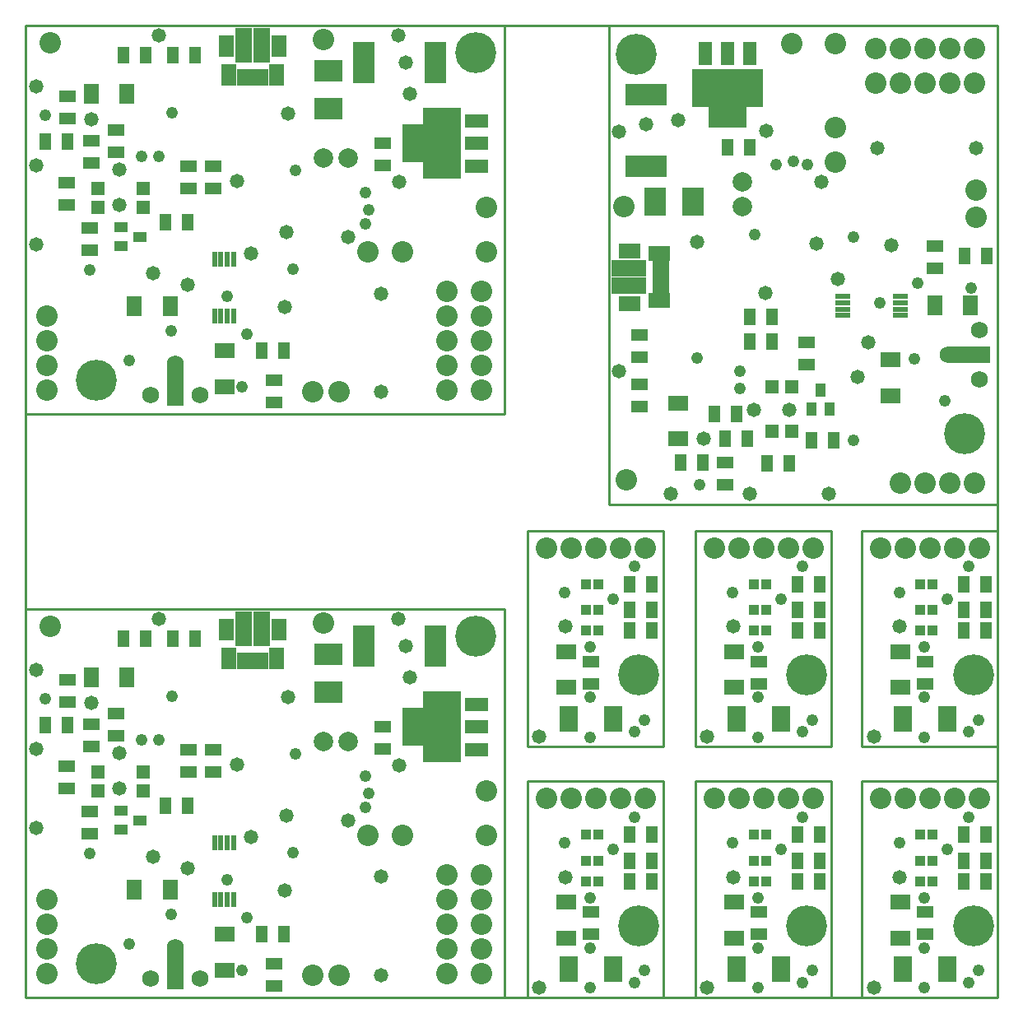
<source format=gts>
%FSLAX25Y25*%
%MOIN*%
G70*
G01*
G75*
G04 Layer_Color=8388736*
%ADD10R,0.01772X0.06299*%
%ADD11R,0.06299X0.13386*%
%ADD12R,0.01654X0.05512*%
%ADD13R,0.05512X0.07087*%
%ADD14R,0.05000X0.03500*%
%ADD15R,0.09000X0.15000*%
%ADD16R,0.08465X0.05000*%
%ADD17R,0.15000X0.28000*%
%ADD18R,0.07874X0.15748*%
%ADD19R,0.05906X0.15748*%
%ADD20R,0.06600X0.01700*%
%ADD21R,0.07087X0.05512*%
%ADD22R,0.11024X0.07874*%
%ADD23R,0.03300X0.03150*%
%ADD24R,0.04724X0.04724*%
%ADD25R,0.03937X0.05906*%
%ADD26R,0.05906X0.03937*%
%ADD27R,0.15748X0.07874*%
%ADD28R,0.03500X0.05000*%
%ADD29R,0.15748X0.05906*%
%ADD30R,0.07874X0.11024*%
%ADD31R,0.04724X0.04724*%
%ADD32R,0.05512X0.01654*%
%ADD33R,0.06299X0.01772*%
%ADD34R,0.13386X0.06299*%
%ADD35R,0.15000X0.09000*%
%ADD36R,0.05000X0.08465*%
%ADD37R,0.28000X0.15000*%
%ADD38C,0.04000*%
%ADD39C,0.01800*%
%ADD40C,0.02000*%
%ADD41C,0.01500*%
%ADD42C,0.02500*%
%ADD43C,0.03000*%
%ADD44C,0.01000*%
%ADD45C,0.05000*%
%ADD46R,0.27700X0.02100*%
%ADD47R,0.01900X0.03800*%
%ADD48R,0.35700X0.03400*%
%ADD49R,0.02100X0.27700*%
%ADD50R,0.03800X0.01900*%
%ADD51R,0.03400X0.35700*%
%ADD52R,0.08200X0.15600*%
%ADD53R,0.05512X0.07874*%
%ADD54R,0.05118X0.07874*%
%ADD55C,0.07874*%
%ADD56C,0.07087*%
%ADD57R,0.07874X0.05512*%
%ADD58R,0.07874X0.05118*%
%ADD59C,0.15800*%
%ADD60C,0.03937*%
%ADD61C,0.04000*%
%ADD62C,0.05000*%
%ADD63C,0.06000*%
%ADD64R,0.26000X0.28400*%
%ADD65R,0.03000X0.10000*%
%ADD66R,0.10000X0.20000*%
%ADD67R,0.09449X0.04724*%
%ADD68R,0.04724X0.11024*%
%ADD69R,0.09843X0.14961*%
%ADD70R,0.14961X0.09843*%
%ADD71R,0.20000X0.10000*%
%ADD72R,0.10000X0.03000*%
%ADD73R,0.04724X0.09449*%
%ADD74R,0.11024X0.04724*%
%ADD75R,0.28400X0.26000*%
%ADD76C,0.03500*%
%ADD77R,0.21028X0.12517*%
%ADD78R,0.12517X0.21028*%
%ADD79R,0.20200X0.15600*%
%ADD80C,0.00200*%
%ADD81C,0.00394*%
%ADD82C,0.00591*%
%ADD83C,0.00787*%
%ADD84C,0.00500*%
%ADD85C,0.00050*%
%ADD86C,0.00800*%
%ADD87R,0.02300X0.06299*%
%ADD88R,0.12100X0.11300*%
%ADD89R,0.06299X0.02100*%
%ADD90R,0.06299X0.02300*%
%ADD91R,0.02100X0.06299*%
%ADD92R,0.11300X0.12100*%
%ADD93R,0.02572X0.07099*%
%ADD94R,0.07099X0.14186*%
%ADD95R,0.02454X0.06312*%
%ADD96R,0.06312X0.07887*%
%ADD97R,0.05800X0.04300*%
%ADD98R,0.09800X0.15800*%
%ADD99R,0.09265X0.05800*%
%ADD100R,0.15800X0.28800*%
%ADD101R,0.08674X0.16548*%
%ADD102R,0.06706X0.16548*%
%ADD103R,0.07400X0.02500*%
%ADD104R,0.07887X0.06312*%
%ADD105R,0.11824X0.08674*%
%ADD106R,0.04100X0.03950*%
%ADD107R,0.05524X0.05524*%
%ADD108R,0.04737X0.06706*%
%ADD109R,0.06706X0.04737*%
%ADD110R,0.16548X0.08674*%
%ADD111R,0.04300X0.05800*%
%ADD112R,0.16548X0.06706*%
%ADD113R,0.08674X0.11824*%
%ADD114R,0.05524X0.05524*%
%ADD115R,0.06312X0.02454*%
%ADD116R,0.07099X0.02572*%
%ADD117R,0.14186X0.07099*%
%ADD118R,0.15800X0.09800*%
%ADD119R,0.05800X0.09265*%
%ADD120R,0.28800X0.15800*%
%ADD121R,0.06312X0.08674*%
%ADD122R,0.05918X0.08674*%
%ADD123C,0.08674*%
%ADD124C,0.07887*%
%ADD125R,0.08674X0.06312*%
%ADD126R,0.08674X0.05918*%
%ADD127C,0.16600*%
%ADD128C,0.04737*%
%ADD129C,0.04800*%
%ADD130C,0.05800*%
%ADD131C,0.06800*%
D44*
X0Y0D02*
Y393701D01*
Y0D02*
X393701D01*
Y393701D01*
X0D02*
X393701D01*
X194000Y236300D02*
Y393700D01*
X0D02*
X194000D01*
X0Y236300D02*
X194000D01*
X0D02*
Y393700D01*
X194000Y0D02*
Y157400D01*
X0D02*
X194000D01*
X0Y0D02*
X194000D01*
X0D02*
Y157400D01*
X236300Y393700D02*
X393700D01*
X236300Y199700D02*
Y393700D01*
X393700Y199700D02*
Y393700D01*
X236300Y199700D02*
X393700D01*
X338700Y0D02*
Y87500D01*
Y0D02*
X393700D01*
X338700Y87500D02*
X393700D01*
Y0D02*
Y87500D01*
X271300Y0D02*
Y87500D01*
Y0D02*
X326300D01*
X271300Y87500D02*
X326300D01*
Y0D02*
Y87500D01*
X203300Y0D02*
Y87500D01*
Y0D02*
X258300D01*
X203300Y87500D02*
X258300D01*
Y0D02*
Y87500D01*
Y101500D02*
Y189000D01*
X203300D02*
X258300D01*
X203300Y101500D02*
X258300D01*
X203300D02*
Y189000D01*
X326300Y101500D02*
Y189000D01*
X271300D02*
X326300D01*
X271300Y101500D02*
X326300D01*
X271300D02*
Y189000D01*
X393700Y101500D02*
Y189000D01*
X338700D02*
X393700D01*
X338700Y101500D02*
X393700D01*
X338700D02*
Y189000D01*
D93*
X86882Y372700D02*
D03*
X97118D02*
D03*
X94559D02*
D03*
X89441D02*
D03*
X92000D02*
D03*
X86882Y136400D02*
D03*
X97118D02*
D03*
X94559D02*
D03*
X89441D02*
D03*
X92000D02*
D03*
D94*
X95543Y385692D02*
D03*
X88457D02*
D03*
X95543Y149392D02*
D03*
X88457D02*
D03*
D95*
X84177Y299028D02*
D03*
X81618D02*
D03*
X79059D02*
D03*
X76500D02*
D03*
X84177Y275800D02*
D03*
X81618D02*
D03*
X79059D02*
D03*
X76500D02*
D03*
X84177Y62728D02*
D03*
X81618D02*
D03*
X79059D02*
D03*
X76500D02*
D03*
X84177Y39500D02*
D03*
X81618D02*
D03*
X79059D02*
D03*
X76500D02*
D03*
D96*
X41067Y365800D02*
D03*
X26500D02*
D03*
X368200Y280200D02*
D03*
X382767D02*
D03*
X58500Y43500D02*
D03*
X43933D02*
D03*
X41067Y129500D02*
D03*
X26500D02*
D03*
X58500Y279800D02*
D03*
X43933D02*
D03*
D97*
X38500Y311800D02*
D03*
Y304320D02*
D03*
X46374Y308060D02*
D03*
X38500Y75500D02*
D03*
Y68020D02*
D03*
X46374Y71760D02*
D03*
D98*
X157303Y345800D02*
D03*
Y109500D02*
D03*
D99*
X182500Y354855D02*
D03*
Y345800D02*
D03*
Y336745D02*
D03*
Y118555D02*
D03*
Y109500D02*
D03*
Y100445D02*
D03*
D100*
X168700Y345800D02*
D03*
Y109500D02*
D03*
D101*
X136866Y378700D02*
D03*
X166000D02*
D03*
X136866Y142400D02*
D03*
X166000D02*
D03*
D102*
X60500Y247800D02*
D03*
Y11500D02*
D03*
D103*
X373310Y7523D02*
D03*
Y10082D02*
D03*
Y12641D02*
D03*
Y15200D02*
D03*
X355200Y7523D02*
D03*
Y10082D02*
D03*
Y12641D02*
D03*
Y15200D02*
D03*
X373310Y109023D02*
D03*
Y111582D02*
D03*
Y114141D02*
D03*
Y116700D02*
D03*
X355200Y109023D02*
D03*
Y111582D02*
D03*
Y114141D02*
D03*
Y116700D02*
D03*
X305910Y109023D02*
D03*
Y111582D02*
D03*
Y114141D02*
D03*
Y116700D02*
D03*
X287800Y109023D02*
D03*
Y111582D02*
D03*
Y114141D02*
D03*
Y116700D02*
D03*
X237910Y109023D02*
D03*
Y111582D02*
D03*
Y114141D02*
D03*
Y116700D02*
D03*
X219800Y109023D02*
D03*
Y111582D02*
D03*
Y114141D02*
D03*
Y116700D02*
D03*
X237910Y7523D02*
D03*
Y10082D02*
D03*
Y12641D02*
D03*
Y15200D02*
D03*
X219800Y7523D02*
D03*
Y10082D02*
D03*
Y12641D02*
D03*
Y15200D02*
D03*
X305910Y7523D02*
D03*
Y10082D02*
D03*
Y12641D02*
D03*
Y15200D02*
D03*
X287800Y7523D02*
D03*
Y10082D02*
D03*
Y12641D02*
D03*
Y15200D02*
D03*
D104*
X80500Y261800D02*
D03*
Y247233D02*
D03*
X354200Y125500D02*
D03*
Y140067D02*
D03*
X286800Y125500D02*
D03*
Y140067D02*
D03*
X218800Y125500D02*
D03*
Y140067D02*
D03*
Y24000D02*
D03*
Y38567D02*
D03*
X286800Y24000D02*
D03*
Y38567D02*
D03*
X354200Y24000D02*
D03*
Y38567D02*
D03*
X350200Y258200D02*
D03*
Y243633D02*
D03*
X264200Y240767D02*
D03*
Y226200D02*
D03*
X80500Y25500D02*
D03*
Y10933D02*
D03*
D105*
X122500Y375154D02*
D03*
Y359800D02*
D03*
Y138854D02*
D03*
Y123500D02*
D03*
D106*
X367400Y65900D02*
D03*
X362282D02*
D03*
X367400Y167400D02*
D03*
X362282D02*
D03*
X367400Y156873D02*
D03*
X362282D02*
D03*
X367400Y148600D02*
D03*
X362282D02*
D03*
X300000Y167400D02*
D03*
X294882D02*
D03*
X300000Y156873D02*
D03*
X294882D02*
D03*
X300000Y148600D02*
D03*
X294882D02*
D03*
X232000Y167400D02*
D03*
X226882D02*
D03*
X232000Y156873D02*
D03*
X226882D02*
D03*
X232000Y148600D02*
D03*
X226882D02*
D03*
X232000Y47100D02*
D03*
X226882D02*
D03*
X232000Y55373D02*
D03*
X226882D02*
D03*
X232000Y65900D02*
D03*
X226882D02*
D03*
X300000Y47100D02*
D03*
X294882D02*
D03*
X300000Y55373D02*
D03*
X294882D02*
D03*
X300000Y65900D02*
D03*
X294882D02*
D03*
X367400Y47100D02*
D03*
X362282D02*
D03*
X367400Y55373D02*
D03*
X362282D02*
D03*
D107*
X29445Y319863D02*
D03*
X47555D02*
D03*
Y327737D02*
D03*
X29445D02*
D03*
Y83563D02*
D03*
X47555D02*
D03*
Y91437D02*
D03*
X29445D02*
D03*
D108*
X389100Y167400D02*
D03*
X380100D02*
D03*
X389100Y156900D02*
D03*
X380100D02*
D03*
X389100Y148600D02*
D03*
X380100D02*
D03*
X321700Y167400D02*
D03*
X312700D02*
D03*
X321700Y156900D02*
D03*
X312700D02*
D03*
X321700Y148600D02*
D03*
X312700D02*
D03*
X253700Y167400D02*
D03*
X244700D02*
D03*
X253700Y156900D02*
D03*
X244700D02*
D03*
X253700Y148600D02*
D03*
X244700D02*
D03*
X253700Y47100D02*
D03*
X244700D02*
D03*
X253700Y55400D02*
D03*
X244700D02*
D03*
X253700Y65900D02*
D03*
X244700D02*
D03*
X321700Y47100D02*
D03*
X312700D02*
D03*
X321700Y55400D02*
D03*
X312700D02*
D03*
X321700Y65900D02*
D03*
X312700D02*
D03*
X389100Y47100D02*
D03*
X380100D02*
D03*
X389100Y55400D02*
D03*
X380100D02*
D03*
X389100Y65900D02*
D03*
X380100D02*
D03*
X265200Y216700D02*
D03*
X274200D02*
D03*
X287800Y236200D02*
D03*
X278800D02*
D03*
X389200Y300200D02*
D03*
X380200D02*
D03*
X302300Y265700D02*
D03*
X293300D02*
D03*
X302300Y275700D02*
D03*
X293300D02*
D03*
X292200Y226200D02*
D03*
X283200D02*
D03*
X309200Y216200D02*
D03*
X300200D02*
D03*
X318300Y225700D02*
D03*
X327300D02*
D03*
X293200Y344200D02*
D03*
X284200D02*
D03*
X68600Y145200D02*
D03*
X59600D02*
D03*
X17000Y110400D02*
D03*
X8000D02*
D03*
X48600Y145200D02*
D03*
X39600D02*
D03*
X95500Y25500D02*
D03*
X104500D02*
D03*
X65500Y77500D02*
D03*
X56500D02*
D03*
X68600Y381500D02*
D03*
X59600D02*
D03*
X17000Y346700D02*
D03*
X8000D02*
D03*
X48600Y381500D02*
D03*
X39600D02*
D03*
X95500Y261800D02*
D03*
X104500D02*
D03*
X65500Y313800D02*
D03*
X56500D02*
D03*
D109*
X364200Y136000D02*
D03*
Y127000D02*
D03*
X296800Y136000D02*
D03*
Y127000D02*
D03*
X228800Y136000D02*
D03*
Y127000D02*
D03*
Y34500D02*
D03*
Y25500D02*
D03*
X296800Y34500D02*
D03*
Y25500D02*
D03*
X364200Y34500D02*
D03*
Y25500D02*
D03*
X248500Y268300D02*
D03*
Y259300D02*
D03*
X283300Y216700D02*
D03*
Y207700D02*
D03*
X248500Y248300D02*
D03*
Y239300D02*
D03*
X368200Y295200D02*
D03*
Y304200D02*
D03*
X316200Y265200D02*
D03*
Y256200D02*
D03*
X17000Y128500D02*
D03*
Y119500D02*
D03*
X36500Y105900D02*
D03*
Y114900D02*
D03*
X100500Y4500D02*
D03*
Y13500D02*
D03*
X66000Y91400D02*
D03*
Y100400D02*
D03*
X76000Y91400D02*
D03*
Y100400D02*
D03*
X26500Y101500D02*
D03*
Y110500D02*
D03*
X16500Y84500D02*
D03*
Y93500D02*
D03*
X26000Y75400D02*
D03*
Y66400D02*
D03*
X144500Y100500D02*
D03*
Y109500D02*
D03*
X17000Y364800D02*
D03*
Y355800D02*
D03*
X36500Y342200D02*
D03*
Y351200D02*
D03*
X100500Y240800D02*
D03*
Y249800D02*
D03*
X66000Y327700D02*
D03*
Y336700D02*
D03*
X76000Y327700D02*
D03*
Y336700D02*
D03*
X26500Y337800D02*
D03*
Y346800D02*
D03*
X16500Y320800D02*
D03*
Y329800D02*
D03*
X26000Y311700D02*
D03*
Y302700D02*
D03*
X144500Y336800D02*
D03*
Y345800D02*
D03*
D110*
X251300Y336566D02*
D03*
Y365700D02*
D03*
D111*
X318200Y238200D02*
D03*
X325680D02*
D03*
X321940Y246074D02*
D03*
D112*
X382200Y260200D02*
D03*
D113*
X254846Y322200D02*
D03*
X270200D02*
D03*
D114*
X310137Y229145D02*
D03*
Y247255D02*
D03*
X302263D02*
D03*
Y229145D02*
D03*
D115*
X330972Y283877D02*
D03*
Y281318D02*
D03*
Y278759D02*
D03*
Y276200D02*
D03*
X354200Y283877D02*
D03*
Y281318D02*
D03*
Y278759D02*
D03*
Y276200D02*
D03*
D116*
X257300Y286582D02*
D03*
Y296818D02*
D03*
Y294259D02*
D03*
Y289141D02*
D03*
Y291700D02*
D03*
D117*
X244308Y295243D02*
D03*
Y288157D02*
D03*
D118*
X284200Y357003D02*
D03*
D119*
X275145Y382200D02*
D03*
X284200D02*
D03*
X293255D02*
D03*
D120*
X284200Y368400D02*
D03*
D121*
X81272Y385417D02*
D03*
X102728D02*
D03*
X81272Y149117D02*
D03*
X102728D02*
D03*
D122*
X101547Y373487D02*
D03*
X82453D02*
D03*
X101547Y137187D02*
D03*
X82453D02*
D03*
D123*
X120500Y387800D02*
D03*
X138500Y302000D02*
D03*
X186500D02*
D03*
X116300Y245200D02*
D03*
X127100D02*
D03*
X170500Y285800D02*
D03*
Y245800D02*
D03*
Y255800D02*
D03*
Y265800D02*
D03*
Y275800D02*
D03*
X346200Y80500D02*
D03*
X386200D02*
D03*
X376200D02*
D03*
X366200D02*
D03*
X356200D02*
D03*
X8500Y245800D02*
D03*
Y255800D02*
D03*
Y265800D02*
D03*
Y275800D02*
D03*
X346200Y182000D02*
D03*
X386200D02*
D03*
X376200D02*
D03*
X366200D02*
D03*
X356200D02*
D03*
X278800D02*
D03*
X318800D02*
D03*
X308800D02*
D03*
X298800D02*
D03*
X288800D02*
D03*
X210800D02*
D03*
X250800D02*
D03*
X240800D02*
D03*
X230800D02*
D03*
X220800D02*
D03*
X210800Y80500D02*
D03*
X250800D02*
D03*
X240800D02*
D03*
X230800D02*
D03*
X220800D02*
D03*
X278800D02*
D03*
X318800D02*
D03*
X308800D02*
D03*
X298800D02*
D03*
X288800D02*
D03*
X344200Y384200D02*
D03*
X384200D02*
D03*
X374200D02*
D03*
X364200D02*
D03*
X354200D02*
D03*
X384200Y208200D02*
D03*
X374200D02*
D03*
X364200D02*
D03*
X354200D02*
D03*
X384800Y316000D02*
D03*
Y326800D02*
D03*
X243300Y209700D02*
D03*
X310200Y386200D02*
D03*
X242200Y320200D02*
D03*
X328000Y352200D02*
D03*
Y338200D02*
D03*
Y386200D02*
D03*
X344200Y370200D02*
D03*
X384200D02*
D03*
X374200D02*
D03*
X364200D02*
D03*
X354200D02*
D03*
X184500Y49500D02*
D03*
Y9500D02*
D03*
Y19500D02*
D03*
Y29500D02*
D03*
Y39500D02*
D03*
X8500Y9500D02*
D03*
Y19500D02*
D03*
Y29500D02*
D03*
Y39500D02*
D03*
X116300Y8900D02*
D03*
X127100D02*
D03*
X10000Y150400D02*
D03*
X186500Y83500D02*
D03*
X120500Y151500D02*
D03*
X152500Y65700D02*
D03*
X138500D02*
D03*
X186500D02*
D03*
X170500Y49500D02*
D03*
Y9500D02*
D03*
Y19500D02*
D03*
Y29500D02*
D03*
Y39500D02*
D03*
X184500Y285800D02*
D03*
Y245800D02*
D03*
Y255800D02*
D03*
Y265800D02*
D03*
Y275800D02*
D03*
X10000Y386700D02*
D03*
X186500Y319800D02*
D03*
X152500Y302000D02*
D03*
D124*
X120500Y339800D02*
D03*
X130500D02*
D03*
X290200Y320200D02*
D03*
Y330200D02*
D03*
X120500Y103500D02*
D03*
X130500D02*
D03*
D125*
X244584Y280972D02*
D03*
Y302428D02*
D03*
D126*
X256513Y301247D02*
D03*
Y282153D02*
D03*
D127*
X182300Y382700D02*
D03*
X28500Y249800D02*
D03*
X182300Y146400D02*
D03*
X28500Y13500D02*
D03*
X247300Y382000D02*
D03*
X380200Y228200D02*
D03*
X383800Y29000D02*
D03*
X316400D02*
D03*
X248400D02*
D03*
Y130500D02*
D03*
X316400D02*
D03*
X383800D02*
D03*
D128*
X170295Y357611D02*
D03*
X173051Y345800D02*
D03*
X166752Y339501D02*
D03*
X170295Y333989D02*
D03*
X166752Y345800D02*
D03*
X173051Y339501D02*
D03*
X166752Y352099D02*
D03*
X173051D02*
D03*
X272389Y369995D02*
D03*
X284200Y372751D02*
D03*
X290499Y366452D02*
D03*
X296011Y369995D02*
D03*
X284200Y366452D02*
D03*
X290499Y372751D02*
D03*
X277901Y366452D02*
D03*
Y372751D02*
D03*
X170295Y121311D02*
D03*
X173051Y109500D02*
D03*
X166752Y103201D02*
D03*
X170295Y97689D02*
D03*
X166752Y109500D02*
D03*
X173051Y103201D02*
D03*
X166752Y115799D02*
D03*
X173051D02*
D03*
D129*
X108400Y294800D02*
D03*
X137717Y313283D02*
D03*
X138800Y319000D02*
D03*
X137700Y326000D02*
D03*
X81700Y284000D02*
D03*
X89700Y268600D02*
D03*
X87500Y247200D02*
D03*
X58800Y269900D02*
D03*
X109300Y334800D02*
D03*
X41900Y257800D02*
D03*
X46900Y340700D02*
D03*
X59200Y358200D02*
D03*
X26000Y294700D02*
D03*
X53900Y340700D02*
D03*
X8000Y357200D02*
D03*
X108400Y58500D02*
D03*
X137717Y76983D02*
D03*
X138800Y82700D02*
D03*
X137700Y89700D02*
D03*
X81700Y47700D02*
D03*
X89700Y32300D02*
D03*
X87500Y10900D02*
D03*
X58800Y33600D02*
D03*
X109300Y98500D02*
D03*
X41900Y21500D02*
D03*
X46900Y104400D02*
D03*
X59200Y121900D02*
D03*
X26000Y58400D02*
D03*
X53900Y104400D02*
D03*
X8000Y120900D02*
D03*
X335200Y308100D02*
D03*
X316717Y337417D02*
D03*
X311000Y338500D02*
D03*
X304000Y337400D02*
D03*
X346000Y281400D02*
D03*
X361400Y289400D02*
D03*
X382800Y287200D02*
D03*
X360100Y258500D02*
D03*
X295200Y309000D02*
D03*
X372200Y241600D02*
D03*
X289300Y246600D02*
D03*
X271800Y258900D02*
D03*
X335300Y225700D02*
D03*
X289300Y253600D02*
D03*
X272800Y207700D02*
D03*
X353800Y62600D02*
D03*
X382100Y73100D02*
D03*
X373400Y59800D02*
D03*
X385900Y10800D02*
D03*
X381900Y6000D02*
D03*
X364100Y40400D02*
D03*
Y20000D02*
D03*
Y3900D02*
D03*
X286400Y62600D02*
D03*
X314700Y73100D02*
D03*
X306000Y59800D02*
D03*
X318500Y10800D02*
D03*
X314500Y6000D02*
D03*
X296700Y40400D02*
D03*
Y20000D02*
D03*
Y3900D02*
D03*
X218400Y62600D02*
D03*
X246700Y73100D02*
D03*
X238000Y59800D02*
D03*
X250500Y10800D02*
D03*
X246500Y6000D02*
D03*
X228700Y40400D02*
D03*
Y20000D02*
D03*
Y3900D02*
D03*
Y105400D02*
D03*
Y121500D02*
D03*
Y141900D02*
D03*
X246500Y107500D02*
D03*
X250500Y112300D02*
D03*
X238000Y161300D02*
D03*
X246700Y174600D02*
D03*
X218400Y164100D02*
D03*
X296700Y105400D02*
D03*
Y121500D02*
D03*
Y141900D02*
D03*
X314500Y107500D02*
D03*
X318500Y112300D02*
D03*
X306000Y161300D02*
D03*
X314700Y174600D02*
D03*
X286400Y164100D02*
D03*
X364100Y105400D02*
D03*
Y121500D02*
D03*
Y141900D02*
D03*
X381900Y107500D02*
D03*
X385900Y112300D02*
D03*
X373400Y161300D02*
D03*
X382100Y174600D02*
D03*
X353800Y164100D02*
D03*
D130*
X105500Y309800D02*
D03*
X130700Y307800D02*
D03*
X91200Y301200D02*
D03*
X104900Y279500D02*
D03*
X65500Y288700D02*
D03*
X26500Y355500D02*
D03*
X85700Y330500D02*
D03*
X155600Y365800D02*
D03*
X154000Y378600D02*
D03*
X38100Y335200D02*
D03*
X106400Y358000D02*
D03*
X144100Y245200D02*
D03*
X151400Y330200D02*
D03*
X144100Y285100D02*
D03*
X4300Y368800D02*
D03*
Y336800D02*
D03*
Y304800D02*
D03*
X38100Y320800D02*
D03*
X53900Y389600D02*
D03*
X150800D02*
D03*
X51500Y293200D02*
D03*
X105500Y73500D02*
D03*
X130700Y71500D02*
D03*
X91200Y64900D02*
D03*
X104900Y43200D02*
D03*
X65500Y52400D02*
D03*
X26500Y119200D02*
D03*
X85700Y94200D02*
D03*
X155600Y129500D02*
D03*
X154000Y142300D02*
D03*
X38100Y98900D02*
D03*
X106400Y121700D02*
D03*
X144100Y8900D02*
D03*
X151400Y93900D02*
D03*
X144100Y48800D02*
D03*
X4300Y132500D02*
D03*
Y100500D02*
D03*
Y68500D02*
D03*
X38100Y84500D02*
D03*
X53900Y153300D02*
D03*
X150800D02*
D03*
X51500Y56900D02*
D03*
X320200Y305200D02*
D03*
X322200Y330400D02*
D03*
X328800Y290900D02*
D03*
X350500Y304600D02*
D03*
X341300Y265200D02*
D03*
X274500Y226200D02*
D03*
X299500Y285400D02*
D03*
X264200Y355300D02*
D03*
X251400Y353700D02*
D03*
X294800Y237800D02*
D03*
X272000Y306100D02*
D03*
X384800Y343800D02*
D03*
X299800Y351100D02*
D03*
X344900Y343800D02*
D03*
X261200Y204000D02*
D03*
X293200D02*
D03*
X325200D02*
D03*
X309200Y237800D02*
D03*
X240400Y253600D02*
D03*
Y350500D02*
D03*
X336800Y251200D02*
D03*
X354000Y48700D02*
D03*
X343500Y4100D02*
D03*
X286600Y48700D02*
D03*
X276100Y4100D02*
D03*
X218600Y48700D02*
D03*
X208100Y4100D02*
D03*
Y105600D02*
D03*
X218600Y150200D02*
D03*
X276100Y105600D02*
D03*
X286600Y150200D02*
D03*
X343500Y105600D02*
D03*
X354000Y150200D02*
D03*
D131*
X70500Y243800D02*
D03*
X50500D02*
D03*
X60500Y256500D02*
D03*
X70500Y7500D02*
D03*
X50500D02*
D03*
X60500Y20200D02*
D03*
X386200Y270200D02*
D03*
Y250200D02*
D03*
X373500Y260200D02*
D03*
M02*

</source>
